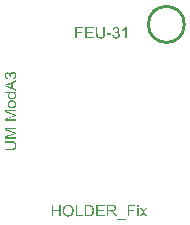
<source format=gto>
G04 Layer_Color=65535*
%FSLAX25Y25*%
%MOIN*%
G70*
G01*
G75*
%ADD13C,0.01000*%
G36*
X8977Y25984D02*
X8507D01*
Y28984D01*
X8498Y28975D01*
X8478Y28954D01*
X8440Y28925D01*
X8386Y28884D01*
X8324Y28834D01*
X8245Y28780D01*
X8157Y28721D01*
X8057Y28659D01*
X8053D01*
X8045Y28651D01*
X8032Y28642D01*
X8012Y28634D01*
X7987Y28618D01*
X7958Y28605D01*
X7891Y28568D01*
X7816Y28530D01*
X7733Y28489D01*
X7646Y28451D01*
X7562Y28418D01*
Y28871D01*
X7567Y28875D01*
X7579Y28880D01*
X7600Y28892D01*
X7629Y28905D01*
X7662Y28921D01*
X7704Y28946D01*
X7750Y28971D01*
X7795Y28996D01*
X7903Y29063D01*
X8020Y29142D01*
X8141Y29225D01*
X8253Y29321D01*
X8257Y29325D01*
X8265Y29333D01*
X8282Y29346D01*
X8303Y29366D01*
X8324Y29391D01*
X8353Y29416D01*
X8415Y29487D01*
X8486Y29562D01*
X8557Y29649D01*
X8619Y29741D01*
X8673Y29836D01*
X8977D01*
Y25984D01*
D02*
G37*
G36*
X-2035Y29370D02*
X-4306D01*
Y28197D01*
X-2180D01*
Y27744D01*
X-4306D01*
Y26438D01*
X-1947D01*
Y25984D01*
X-4814D01*
Y29824D01*
X-2035D01*
Y29370D01*
D02*
G37*
G36*
X-5483D02*
X-7563D01*
Y28181D01*
X-5762D01*
Y27727D01*
X-7563D01*
Y25984D01*
X-8071D01*
Y29824D01*
X-5483D01*
Y29370D01*
D02*
G37*
G36*
X5503Y29832D02*
X5532Y29828D01*
X5611Y29820D01*
X5699Y29803D01*
X5799Y29778D01*
X5898Y29745D01*
X5998Y29699D01*
X6002D01*
X6011Y29695D01*
X6023Y29687D01*
X6044Y29674D01*
X6090Y29645D01*
X6148Y29603D01*
X6215Y29549D01*
X6281Y29487D01*
X6348Y29416D01*
X6406Y29333D01*
Y29329D01*
X6410Y29325D01*
X6418Y29308D01*
X6427Y29291D01*
X6439Y29271D01*
X6452Y29246D01*
X6477Y29183D01*
X6502Y29108D01*
X6527Y29025D01*
X6543Y28934D01*
X6547Y28838D01*
Y28834D01*
Y28826D01*
Y28813D01*
Y28796D01*
X6539Y28747D01*
X6531Y28688D01*
X6514Y28618D01*
X6489Y28543D01*
X6456Y28464D01*
X6410Y28385D01*
Y28380D01*
X6406Y28376D01*
X6385Y28351D01*
X6356Y28314D01*
X6310Y28268D01*
X6256Y28214D01*
X6185Y28160D01*
X6106Y28110D01*
X6015Y28060D01*
X6019D01*
X6032Y28056D01*
X6048Y28052D01*
X6073Y28043D01*
X6098Y28035D01*
X6131Y28023D01*
X6210Y27989D01*
X6294Y27944D01*
X6381Y27889D01*
X6468Y27819D01*
X6543Y27731D01*
X6547Y27727D01*
X6551Y27719D01*
X6560Y27707D01*
X6572Y27686D01*
X6589Y27665D01*
X6606Y27636D01*
X6622Y27602D01*
X6639Y27561D01*
X6656Y27519D01*
X6672Y27474D01*
X6706Y27369D01*
X6726Y27249D01*
X6735Y27182D01*
Y27116D01*
Y27112D01*
Y27095D01*
X6730Y27066D01*
Y27033D01*
X6722Y26987D01*
X6714Y26937D01*
X6706Y26883D01*
X6689Y26820D01*
X6668Y26754D01*
X6643Y26687D01*
X6614Y26617D01*
X6577Y26546D01*
X6535Y26471D01*
X6485Y26400D01*
X6431Y26329D01*
X6364Y26263D01*
X6360Y26259D01*
X6348Y26246D01*
X6327Y26230D01*
X6298Y26209D01*
X6265Y26184D01*
X6219Y26155D01*
X6169Y26122D01*
X6111Y26092D01*
X6048Y26059D01*
X5977Y26026D01*
X5903Y25997D01*
X5819Y25972D01*
X5732Y25951D01*
X5641Y25934D01*
X5545Y25922D01*
X5441Y25918D01*
X5420D01*
X5391Y25922D01*
X5358D01*
X5312Y25926D01*
X5262Y25934D01*
X5208Y25943D01*
X5145Y25955D01*
X5079Y25972D01*
X5012Y25993D01*
X4942Y26013D01*
X4871Y26043D01*
X4800Y26080D01*
X4734Y26117D01*
X4663Y26163D01*
X4600Y26217D01*
X4596Y26221D01*
X4588Y26230D01*
X4571Y26246D01*
X4546Y26271D01*
X4521Y26300D01*
X4492Y26338D01*
X4463Y26379D01*
X4430Y26429D01*
X4397Y26479D01*
X4363Y26542D01*
X4330Y26604D01*
X4301Y26675D01*
X4276Y26750D01*
X4251Y26829D01*
X4234Y26912D01*
X4222Y26999D01*
X4692Y27062D01*
Y27057D01*
X4696Y27045D01*
X4700Y27024D01*
X4709Y26995D01*
X4717Y26962D01*
X4725Y26924D01*
X4754Y26837D01*
X4792Y26741D01*
X4838Y26646D01*
X4896Y26558D01*
X4929Y26521D01*
X4962Y26483D01*
X4967D01*
X4971Y26475D01*
X4983Y26467D01*
X4996Y26454D01*
X5037Y26429D01*
X5096Y26396D01*
X5166Y26363D01*
X5245Y26338D01*
X5341Y26317D01*
X5441Y26309D01*
X5474D01*
X5499Y26313D01*
X5524Y26317D01*
X5561Y26321D01*
X5636Y26338D01*
X5728Y26363D01*
X5824Y26404D01*
X5869Y26434D01*
X5915Y26463D01*
X5961Y26496D01*
X6007Y26537D01*
X6011Y26542D01*
X6015Y26550D01*
X6027Y26562D01*
X6044Y26579D01*
X6061Y26600D01*
X6077Y26629D01*
X6098Y26658D01*
X6123Y26696D01*
X6165Y26779D01*
X6198Y26875D01*
X6227Y26987D01*
X6231Y27045D01*
X6235Y27108D01*
Y27112D01*
Y27120D01*
Y27141D01*
X6231Y27161D01*
X6227Y27191D01*
X6223Y27220D01*
X6210Y27295D01*
X6181Y27382D01*
X6144Y27469D01*
X6119Y27515D01*
X6090Y27557D01*
X6056Y27598D01*
X6019Y27640D01*
X6015Y27644D01*
X6011Y27648D01*
X5998Y27661D01*
X5982Y27673D01*
X5961Y27690D01*
X5936Y27707D01*
X5873Y27748D01*
X5794Y27786D01*
X5703Y27819D01*
X5599Y27844D01*
X5541Y27848D01*
X5482Y27852D01*
X5457D01*
X5428Y27848D01*
X5391D01*
X5341Y27840D01*
X5287Y27831D01*
X5220Y27819D01*
X5150Y27802D01*
X5200Y28214D01*
X5208D01*
X5229Y28210D01*
X5254Y28206D01*
X5308D01*
X5328Y28210D01*
X5358D01*
X5387Y28214D01*
X5457Y28227D01*
X5541Y28243D01*
X5632Y28272D01*
X5728Y28310D01*
X5819Y28364D01*
X5824D01*
X5832Y28372D01*
X5840Y28380D01*
X5857Y28393D01*
X5898Y28430D01*
X5944Y28484D01*
X5986Y28551D01*
X6027Y28634D01*
X6044Y28680D01*
X6052Y28734D01*
X6061Y28788D01*
X6065Y28846D01*
Y28850D01*
Y28859D01*
Y28871D01*
X6061Y28892D01*
X6056Y28938D01*
X6044Y29000D01*
X6023Y29067D01*
X5990Y29138D01*
X5944Y29212D01*
X5919Y29246D01*
X5886Y29279D01*
X5878Y29287D01*
X5853Y29304D01*
X5815Y29333D01*
X5765Y29366D01*
X5699Y29395D01*
X5620Y29425D01*
X5532Y29441D01*
X5432Y29449D01*
X5407D01*
X5387Y29445D01*
X5362D01*
X5337Y29441D01*
X5270Y29429D01*
X5200Y29408D01*
X5121Y29375D01*
X5046Y29333D01*
X4971Y29275D01*
X4962Y29267D01*
X4942Y29241D01*
X4908Y29204D01*
X4875Y29146D01*
X4833Y29075D01*
X4796Y28984D01*
X4763Y28880D01*
X4738Y28759D01*
X4268Y28842D01*
Y28846D01*
X4272Y28863D01*
X4276Y28888D01*
X4284Y28921D01*
X4297Y28959D01*
X4309Y29004D01*
X4326Y29054D01*
X4347Y29108D01*
X4401Y29229D01*
X4430Y29287D01*
X4467Y29350D01*
X4509Y29408D01*
X4555Y29466D01*
X4605Y29524D01*
X4659Y29574D01*
X4663Y29579D01*
X4671Y29587D01*
X4692Y29599D01*
X4713Y29616D01*
X4746Y29637D01*
X4779Y29658D01*
X4821Y29682D01*
X4871Y29708D01*
X4921Y29728D01*
X4979Y29753D01*
X5041Y29774D01*
X5108Y29795D01*
X5183Y29811D01*
X5258Y29824D01*
X5337Y29832D01*
X5420Y29836D01*
X5474D01*
X5503Y29832D01*
D02*
G37*
G36*
X3831Y27137D02*
X2379D01*
Y27611D01*
X3831D01*
Y27137D01*
D02*
G37*
G36*
X1780Y27607D02*
Y27598D01*
Y27582D01*
Y27553D01*
Y27511D01*
X1776Y27461D01*
X1772Y27407D01*
X1767Y27345D01*
X1763Y27274D01*
X1747Y27128D01*
X1726Y26974D01*
X1693Y26825D01*
X1672Y26754D01*
X1647Y26687D01*
Y26683D01*
X1643Y26671D01*
X1634Y26654D01*
X1622Y26629D01*
X1605Y26600D01*
X1589Y26567D01*
X1539Y26492D01*
X1510Y26446D01*
X1476Y26404D01*
X1435Y26355D01*
X1393Y26309D01*
X1343Y26263D01*
X1293Y26217D01*
X1235Y26176D01*
X1173Y26134D01*
X1168Y26130D01*
X1156Y26126D01*
X1139Y26113D01*
X1110Y26101D01*
X1077Y26084D01*
X1035Y26068D01*
X990Y26047D01*
X931Y26030D01*
X873Y26009D01*
X807Y25988D01*
X732Y25972D01*
X653Y25955D01*
X565Y25943D01*
X474Y25930D01*
X378Y25926D01*
X278Y25922D01*
X224D01*
X187Y25926D01*
X141D01*
X91Y25930D01*
X29Y25938D01*
X-34Y25947D01*
X-175Y25968D01*
X-325Y26001D01*
X-471Y26047D01*
X-541Y26072D01*
X-608Y26105D01*
X-612Y26109D01*
X-624Y26113D01*
X-641Y26126D01*
X-662Y26138D01*
X-691Y26159D01*
X-724Y26184D01*
X-758Y26209D01*
X-795Y26242D01*
X-878Y26317D01*
X-957Y26409D01*
X-1032Y26517D01*
X-1065Y26579D01*
X-1094Y26641D01*
Y26646D01*
X-1099Y26658D01*
X-1107Y26679D01*
X-1115Y26708D01*
X-1128Y26741D01*
X-1140Y26787D01*
X-1153Y26837D01*
X-1165Y26895D01*
X-1182Y26962D01*
X-1194Y27033D01*
X-1207Y27112D01*
X-1215Y27199D01*
X-1228Y27290D01*
X-1232Y27390D01*
X-1240Y27494D01*
Y27607D01*
Y29824D01*
X-733D01*
Y27607D01*
Y27602D01*
Y27586D01*
Y27561D01*
Y27523D01*
X-728Y27482D01*
Y27436D01*
X-724Y27382D01*
X-720Y27328D01*
X-712Y27207D01*
X-695Y27087D01*
X-670Y26970D01*
X-658Y26916D01*
X-641Y26870D01*
Y26866D01*
X-637Y26862D01*
X-633Y26849D01*
X-624Y26833D01*
X-599Y26787D01*
X-566Y26737D01*
X-525Y26675D01*
X-471Y26617D01*
X-404Y26558D01*
X-325Y26504D01*
X-321D01*
X-313Y26500D01*
X-300Y26492D01*
X-283Y26483D01*
X-263Y26475D01*
X-233Y26467D01*
X-204Y26454D01*
X-171Y26442D01*
X-88Y26421D01*
X8Y26400D01*
X116Y26384D01*
X233Y26379D01*
X287D01*
X324Y26384D01*
X370Y26388D01*
X424Y26392D01*
X482Y26400D01*
X544Y26413D01*
X673Y26442D01*
X740Y26463D01*
X807Y26488D01*
X869Y26517D01*
X927Y26550D01*
X981Y26588D01*
X1031Y26633D01*
X1035Y26637D01*
X1044Y26646D01*
X1052Y26662D01*
X1069Y26683D01*
X1085Y26712D01*
X1106Y26750D01*
X1131Y26795D01*
X1152Y26849D01*
X1173Y26912D01*
X1198Y26983D01*
X1218Y27062D01*
X1235Y27149D01*
X1252Y27249D01*
X1264Y27357D01*
X1268Y27478D01*
X1273Y27607D01*
Y29824D01*
X1780D01*
Y27607D01*
D02*
G37*
G36*
X-28936Y14835D02*
X-28903D01*
X-28857Y14827D01*
X-28807Y14818D01*
X-28753Y14810D01*
X-28690Y14793D01*
X-28624Y14773D01*
X-28557Y14748D01*
X-28487Y14718D01*
X-28416Y14681D01*
X-28341Y14639D01*
X-28270Y14590D01*
X-28200Y14536D01*
X-28133Y14469D01*
X-28129Y14465D01*
X-28116Y14452D01*
X-28100Y14432D01*
X-28079Y14402D01*
X-28054Y14369D01*
X-28025Y14323D01*
X-27992Y14273D01*
X-27962Y14215D01*
X-27929Y14153D01*
X-27896Y14082D01*
X-27867Y14007D01*
X-27842Y13924D01*
X-27821Y13837D01*
X-27804Y13745D01*
X-27792Y13649D01*
X-27788Y13545D01*
Y13541D01*
Y13525D01*
X-27792Y13496D01*
Y13462D01*
X-27796Y13417D01*
X-27804Y13366D01*
X-27813Y13313D01*
X-27825Y13250D01*
X-27842Y13183D01*
X-27863Y13117D01*
X-27883Y13046D01*
X-27913Y12976D01*
X-27950Y12905D01*
X-27988Y12838D01*
X-28033Y12767D01*
X-28087Y12705D01*
X-28091Y12701D01*
X-28100Y12693D01*
X-28116Y12676D01*
X-28141Y12651D01*
X-28170Y12626D01*
X-28208Y12597D01*
X-28249Y12568D01*
X-28299Y12535D01*
X-28349Y12501D01*
X-28412Y12468D01*
X-28474Y12435D01*
X-28545Y12406D01*
X-28620Y12381D01*
X-28699Y12356D01*
X-28782Y12339D01*
X-28869Y12326D01*
X-28932Y12797D01*
X-28928D01*
X-28915Y12801D01*
X-28894Y12805D01*
X-28865Y12813D01*
X-28832Y12822D01*
X-28795Y12830D01*
X-28707Y12859D01*
X-28611Y12897D01*
X-28516Y12942D01*
X-28428Y13001D01*
X-28391Y13034D01*
X-28354Y13067D01*
Y13071D01*
X-28345Y13075D01*
X-28337Y13088D01*
X-28324Y13100D01*
X-28299Y13142D01*
X-28266Y13200D01*
X-28233Y13271D01*
X-28208Y13350D01*
X-28187Y13446D01*
X-28179Y13545D01*
Y13550D01*
Y13562D01*
Y13579D01*
X-28183Y13604D01*
X-28187Y13629D01*
X-28191Y13666D01*
X-28208Y13741D01*
X-28233Y13833D01*
X-28275Y13928D01*
X-28304Y13974D01*
X-28333Y14020D01*
X-28366Y14065D01*
X-28408Y14111D01*
X-28412Y14115D01*
X-28420Y14119D01*
X-28433Y14132D01*
X-28449Y14149D01*
X-28470Y14165D01*
X-28499Y14182D01*
X-28528Y14203D01*
X-28566Y14228D01*
X-28649Y14269D01*
X-28745Y14302D01*
X-28857Y14332D01*
X-28915Y14336D01*
X-28978Y14340D01*
X-29011D01*
X-29032Y14336D01*
X-29061Y14332D01*
X-29090Y14327D01*
X-29165Y14315D01*
X-29252Y14286D01*
X-29339Y14248D01*
X-29385Y14223D01*
X-29427Y14194D01*
X-29468Y14161D01*
X-29510Y14124D01*
X-29514Y14119D01*
X-29518Y14115D01*
X-29531Y14103D01*
X-29543Y14086D01*
X-29560Y14065D01*
X-29577Y14040D01*
X-29618Y13978D01*
X-29656Y13899D01*
X-29689Y13807D01*
X-29714Y13703D01*
X-29718Y13645D01*
X-29722Y13587D01*
Y13583D01*
Y13562D01*
X-29718Y13533D01*
Y13496D01*
X-29710Y13446D01*
X-29701Y13392D01*
X-29689Y13325D01*
X-29672Y13254D01*
X-30084Y13304D01*
Y13308D01*
Y13313D01*
X-30080Y13333D01*
X-30076Y13358D01*
Y13383D01*
Y13387D01*
Y13396D01*
Y13412D01*
X-30080Y13433D01*
Y13462D01*
X-30084Y13491D01*
X-30097Y13562D01*
X-30113Y13645D01*
X-30142Y13737D01*
X-30180Y13833D01*
X-30234Y13924D01*
Y13928D01*
X-30242Y13937D01*
X-30250Y13945D01*
X-30263Y13961D01*
X-30300Y14003D01*
X-30354Y14049D01*
X-30421Y14090D01*
X-30504Y14132D01*
X-30550Y14149D01*
X-30604Y14157D01*
X-30658Y14165D01*
X-30716Y14169D01*
X-30741D01*
X-30762Y14165D01*
X-30808Y14161D01*
X-30870Y14149D01*
X-30937Y14128D01*
X-31008Y14095D01*
X-31082Y14049D01*
X-31116Y14024D01*
X-31149Y13991D01*
X-31157Y13982D01*
X-31174Y13957D01*
X-31203Y13920D01*
X-31236Y13870D01*
X-31266Y13803D01*
X-31295Y13724D01*
X-31311Y13637D01*
X-31320Y13537D01*
Y13533D01*
Y13525D01*
Y13512D01*
X-31315Y13491D01*
Y13466D01*
X-31311Y13441D01*
X-31299Y13375D01*
X-31278Y13304D01*
X-31245Y13225D01*
X-31203Y13150D01*
X-31145Y13075D01*
X-31137Y13067D01*
X-31112Y13046D01*
X-31074Y13013D01*
X-31016Y12980D01*
X-30945Y12938D01*
X-30854Y12901D01*
X-30750Y12867D01*
X-30629Y12842D01*
X-30712Y12372D01*
X-30716D01*
X-30733Y12376D01*
X-30758Y12381D01*
X-30791Y12389D01*
X-30829Y12401D01*
X-30874Y12414D01*
X-30924Y12431D01*
X-30979Y12451D01*
X-31099Y12505D01*
X-31157Y12535D01*
X-31220Y12572D01*
X-31278Y12614D01*
X-31336Y12659D01*
X-31394Y12709D01*
X-31444Y12763D01*
X-31449Y12767D01*
X-31457Y12776D01*
X-31469Y12797D01*
X-31486Y12817D01*
X-31507Y12851D01*
X-31528Y12884D01*
X-31553Y12926D01*
X-31578Y12976D01*
X-31598Y13025D01*
X-31623Y13084D01*
X-31644Y13146D01*
X-31665Y13213D01*
X-31681Y13287D01*
X-31694Y13362D01*
X-31702Y13441D01*
X-31707Y13525D01*
Y13529D01*
Y13537D01*
Y13554D01*
Y13579D01*
X-31702Y13608D01*
X-31698Y13637D01*
X-31690Y13716D01*
X-31673Y13803D01*
X-31648Y13903D01*
X-31615Y14003D01*
X-31569Y14103D01*
Y14107D01*
X-31565Y14115D01*
X-31557Y14128D01*
X-31544Y14149D01*
X-31515Y14194D01*
X-31473Y14253D01*
X-31420Y14319D01*
X-31357Y14386D01*
X-31286Y14452D01*
X-31203Y14511D01*
X-31199D01*
X-31195Y14515D01*
X-31178Y14523D01*
X-31161Y14531D01*
X-31141Y14544D01*
X-31116Y14556D01*
X-31053Y14581D01*
X-30979Y14606D01*
X-30895Y14631D01*
X-30804Y14648D01*
X-30708Y14652D01*
X-30667D01*
X-30617Y14644D01*
X-30558Y14635D01*
X-30488Y14619D01*
X-30413Y14594D01*
X-30334Y14560D01*
X-30255Y14515D01*
X-30250D01*
X-30246Y14511D01*
X-30221Y14490D01*
X-30184Y14461D01*
X-30138Y14415D01*
X-30084Y14361D01*
X-30030Y14290D01*
X-29980Y14211D01*
X-29930Y14119D01*
Y14124D01*
X-29926Y14136D01*
X-29922Y14153D01*
X-29913Y14178D01*
X-29905Y14203D01*
X-29893Y14236D01*
X-29859Y14315D01*
X-29814Y14398D01*
X-29760Y14486D01*
X-29689Y14573D01*
X-29601Y14648D01*
X-29597Y14652D01*
X-29589Y14656D01*
X-29577Y14664D01*
X-29556Y14677D01*
X-29535Y14694D01*
X-29506Y14710D01*
X-29473Y14727D01*
X-29431Y14743D01*
X-29389Y14760D01*
X-29344Y14777D01*
X-29240Y14810D01*
X-29119Y14831D01*
X-29052Y14839D01*
X-28965D01*
X-28936Y14835D01*
D02*
G37*
G36*
X-27854Y1664D02*
X-31070D01*
X-27854Y541D01*
Y84D01*
X-31124Y-1023D01*
X-27854D01*
Y-1514D01*
X-31694D01*
Y-752D01*
X-28973Y158D01*
X-28969D01*
X-28957Y163D01*
X-28936Y171D01*
X-28911Y179D01*
X-28882Y188D01*
X-28844Y200D01*
X-28761Y229D01*
X-28670Y258D01*
X-28574Y288D01*
X-28487Y317D01*
X-28445Y329D01*
X-28408Y342D01*
X-28412D01*
X-28416Y346D01*
X-28428Y350D01*
X-28445Y354D01*
X-28470Y362D01*
X-28495Y371D01*
X-28528Y379D01*
X-28561Y391D01*
X-28603Y404D01*
X-28649Y421D01*
X-28699Y437D01*
X-28757Y454D01*
X-28815Y475D01*
X-28882Y495D01*
X-28948Y520D01*
X-29023Y545D01*
X-31694Y1469D01*
Y2155D01*
X-27854D01*
Y1664D01*
D02*
G37*
G36*
Y-4293D02*
X-31070D01*
X-27854Y-5416D01*
Y-5874D01*
X-31124Y-6980D01*
X-27854D01*
Y-7471D01*
X-31694D01*
Y-6710D01*
X-28973Y-5799D01*
X-28969D01*
X-28957Y-5794D01*
X-28936Y-5786D01*
X-28911Y-5778D01*
X-28882Y-5770D01*
X-28844Y-5757D01*
X-28761Y-5728D01*
X-28670Y-5699D01*
X-28574Y-5670D01*
X-28487Y-5641D01*
X-28445Y-5628D01*
X-28408Y-5615D01*
X-28412D01*
X-28416Y-5611D01*
X-28428Y-5607D01*
X-28445Y-5603D01*
X-28470Y-5595D01*
X-28495Y-5586D01*
X-28528Y-5578D01*
X-28561Y-5566D01*
X-28603Y-5553D01*
X-28649Y-5536D01*
X-28699Y-5520D01*
X-28757Y-5503D01*
X-28815Y-5482D01*
X-28882Y-5462D01*
X-28948Y-5437D01*
X-29023Y-5412D01*
X-31694Y-4488D01*
Y-3802D01*
X-27854D01*
Y-4293D01*
D02*
G37*
G36*
X-29331Y-8303D02*
X-29277Y-8307D01*
X-29215Y-8311D01*
X-29144Y-8315D01*
X-28998Y-8332D01*
X-28844Y-8353D01*
X-28695Y-8386D01*
X-28624Y-8407D01*
X-28557Y-8432D01*
X-28553D01*
X-28541Y-8436D01*
X-28524Y-8444D01*
X-28499Y-8457D01*
X-28470Y-8473D01*
X-28437Y-8490D01*
X-28362Y-8540D01*
X-28316Y-8569D01*
X-28275Y-8602D01*
X-28225Y-8644D01*
X-28179Y-8686D01*
X-28133Y-8736D01*
X-28087Y-8785D01*
X-28046Y-8844D01*
X-28004Y-8906D01*
X-28000Y-8910D01*
X-27996Y-8923D01*
X-27983Y-8939D01*
X-27971Y-8969D01*
X-27954Y-9002D01*
X-27937Y-9043D01*
X-27917Y-9089D01*
X-27900Y-9147D01*
X-27879Y-9206D01*
X-27858Y-9272D01*
X-27842Y-9347D01*
X-27825Y-9426D01*
X-27813Y-9514D01*
X-27800Y-9605D01*
X-27796Y-9701D01*
X-27792Y-9800D01*
Y-9805D01*
Y-9826D01*
Y-9855D01*
X-27796Y-9892D01*
Y-9938D01*
X-27800Y-9988D01*
X-27809Y-10050D01*
X-27817Y-10113D01*
X-27838Y-10254D01*
X-27871Y-10404D01*
X-27917Y-10549D01*
X-27942Y-10620D01*
X-27975Y-10687D01*
X-27979Y-10691D01*
X-27983Y-10703D01*
X-27996Y-10720D01*
X-28008Y-10741D01*
X-28029Y-10770D01*
X-28054Y-10803D01*
X-28079Y-10836D01*
X-28112Y-10874D01*
X-28187Y-10957D01*
X-28279Y-11036D01*
X-28387Y-11111D01*
X-28449Y-11144D01*
X-28512Y-11173D01*
X-28516D01*
X-28528Y-11178D01*
X-28549Y-11186D01*
X-28578Y-11194D01*
X-28611Y-11207D01*
X-28657Y-11219D01*
X-28707Y-11231D01*
X-28765Y-11244D01*
X-28832Y-11261D01*
X-28903Y-11273D01*
X-28982Y-11286D01*
X-29069Y-11294D01*
X-29161Y-11306D01*
X-29260Y-11311D01*
X-29364Y-11319D01*
X-31694D01*
Y-10811D01*
X-29394D01*
X-29352Y-10807D01*
X-29306D01*
X-29252Y-10803D01*
X-29198Y-10799D01*
X-29077Y-10791D01*
X-28957Y-10774D01*
X-28840Y-10749D01*
X-28786Y-10736D01*
X-28740Y-10720D01*
X-28736D01*
X-28732Y-10716D01*
X-28720Y-10712D01*
X-28703Y-10703D01*
X-28657Y-10678D01*
X-28607Y-10645D01*
X-28545Y-10603D01*
X-28487Y-10549D01*
X-28428Y-10483D01*
X-28374Y-10404D01*
Y-10400D01*
X-28370Y-10391D01*
X-28362Y-10379D01*
X-28354Y-10362D01*
X-28345Y-10341D01*
X-28337Y-10312D01*
X-28324Y-10283D01*
X-28312Y-10250D01*
X-28291Y-10167D01*
X-28270Y-10071D01*
X-28254Y-9963D01*
X-28249Y-9846D01*
Y-9838D01*
Y-9821D01*
Y-9792D01*
X-28254Y-9755D01*
X-28258Y-9709D01*
X-28262Y-9655D01*
X-28270Y-9597D01*
X-28283Y-9534D01*
X-28312Y-9405D01*
X-28333Y-9339D01*
X-28358Y-9272D01*
X-28387Y-9210D01*
X-28420Y-9151D01*
X-28457Y-9098D01*
X-28503Y-9048D01*
X-28508Y-9043D01*
X-28516Y-9035D01*
X-28532Y-9027D01*
X-28553Y-9010D01*
X-28582Y-8993D01*
X-28620Y-8973D01*
X-28666Y-8948D01*
X-28720Y-8927D01*
X-28782Y-8906D01*
X-28853Y-8881D01*
X-28932Y-8860D01*
X-29019Y-8844D01*
X-29119Y-8827D01*
X-29227Y-8815D01*
X-29348Y-8810D01*
X-29477Y-8806D01*
X-31694D01*
Y-8299D01*
X-29381D01*
X-29331Y-8303D01*
D02*
G37*
G36*
X-27854Y11532D02*
X-29015Y11087D01*
Y9473D01*
X-27854Y9057D01*
Y8520D01*
X-31694Y9989D01*
Y10538D01*
X-27854Y12110D01*
Y11532D01*
D02*
G37*
G36*
Y7696D02*
X-28204D01*
X-28200Y7692D01*
X-28187Y7684D01*
X-28166Y7667D01*
X-28141Y7647D01*
X-28108Y7617D01*
X-28075Y7584D01*
X-28037Y7547D01*
X-28000Y7501D01*
X-27958Y7447D01*
X-27921Y7389D01*
X-27888Y7326D01*
X-27858Y7255D01*
X-27829Y7176D01*
X-27809Y7097D01*
X-27796Y7010D01*
X-27792Y6914D01*
Y6910D01*
Y6898D01*
Y6881D01*
X-27796Y6856D01*
Y6827D01*
X-27800Y6794D01*
X-27809Y6756D01*
X-27817Y6715D01*
X-27838Y6619D01*
X-27871Y6515D01*
X-27917Y6411D01*
X-27942Y6357D01*
X-27975Y6303D01*
X-27979Y6299D01*
X-27983Y6290D01*
X-27996Y6278D01*
X-28008Y6257D01*
X-28029Y6232D01*
X-28050Y6207D01*
X-28108Y6145D01*
X-28179Y6074D01*
X-28266Y6003D01*
X-28370Y5933D01*
X-28487Y5870D01*
X-28491D01*
X-28503Y5862D01*
X-28520Y5858D01*
X-28545Y5845D01*
X-28574Y5837D01*
X-28611Y5824D01*
X-28657Y5808D01*
X-28703Y5795D01*
X-28757Y5783D01*
X-28815Y5766D01*
X-28878Y5754D01*
X-28944Y5745D01*
X-29086Y5729D01*
X-29240Y5720D01*
X-29281D01*
X-29310Y5725D01*
X-29348D01*
X-29389Y5729D01*
X-29439Y5733D01*
X-29493Y5737D01*
X-29610Y5754D01*
X-29735Y5779D01*
X-29868Y5812D01*
X-29997Y5858D01*
X-30001D01*
X-30013Y5866D01*
X-30030Y5874D01*
X-30055Y5883D01*
X-30080Y5899D01*
X-30113Y5916D01*
X-30188Y5962D01*
X-30275Y6020D01*
X-30359Y6091D01*
X-30442Y6174D01*
X-30517Y6274D01*
X-30521Y6278D01*
X-30525Y6286D01*
X-30533Y6303D01*
X-30546Y6324D01*
X-30558Y6349D01*
X-30575Y6382D01*
X-30592Y6415D01*
X-30608Y6457D01*
X-30641Y6548D01*
X-30671Y6652D01*
X-30691Y6769D01*
X-30700Y6831D01*
Y6894D01*
Y6898D01*
Y6906D01*
Y6919D01*
Y6935D01*
X-30696Y6985D01*
X-30687Y7043D01*
X-30675Y7114D01*
X-30654Y7189D01*
X-30629Y7268D01*
X-30592Y7343D01*
Y7347D01*
X-30588Y7351D01*
X-30571Y7376D01*
X-30550Y7409D01*
X-30517Y7455D01*
X-30475Y7505D01*
X-30429Y7559D01*
X-30375Y7613D01*
X-30313Y7663D01*
X-31694D01*
Y8133D01*
X-27854D01*
Y7696D01*
D02*
G37*
G36*
X-29194Y5338D02*
X-29148D01*
X-29094Y5334D01*
X-29036Y5329D01*
X-28973Y5321D01*
X-28840Y5305D01*
X-28699Y5275D01*
X-28561Y5234D01*
X-28499Y5209D01*
X-28437Y5180D01*
X-28433D01*
X-28424Y5171D01*
X-28408Y5163D01*
X-28387Y5150D01*
X-28362Y5134D01*
X-28329Y5113D01*
X-28262Y5059D01*
X-28183Y4992D01*
X-28104Y4913D01*
X-28029Y4818D01*
X-27958Y4710D01*
Y4705D01*
X-27950Y4697D01*
X-27942Y4681D01*
X-27933Y4656D01*
X-27921Y4626D01*
X-27904Y4593D01*
X-27892Y4556D01*
X-27875Y4510D01*
X-27858Y4464D01*
X-27846Y4410D01*
X-27817Y4298D01*
X-27800Y4173D01*
X-27792Y4040D01*
Y4031D01*
Y4015D01*
X-27796Y3986D01*
Y3944D01*
X-27804Y3894D01*
X-27813Y3836D01*
X-27825Y3774D01*
X-27838Y3703D01*
X-27858Y3628D01*
X-27883Y3553D01*
X-27913Y3474D01*
X-27950Y3395D01*
X-27992Y3316D01*
X-28041Y3241D01*
X-28100Y3166D01*
X-28166Y3095D01*
X-28170Y3091D01*
X-28183Y3079D01*
X-28204Y3062D01*
X-28237Y3041D01*
X-28275Y3012D01*
X-28320Y2983D01*
X-28378Y2950D01*
X-28441Y2917D01*
X-28516Y2883D01*
X-28595Y2850D01*
X-28682Y2821D01*
X-28778Y2792D01*
X-28882Y2771D01*
X-28994Y2754D01*
X-29115Y2742D01*
X-29244Y2738D01*
X-29277D01*
X-29319Y2742D01*
X-29369Y2746D01*
X-29435Y2750D01*
X-29510Y2758D01*
X-29589Y2775D01*
X-29676Y2792D01*
X-29768Y2813D01*
X-29864Y2842D01*
X-29959Y2879D01*
X-30055Y2917D01*
X-30147Y2967D01*
X-30234Y3025D01*
X-30313Y3091D01*
X-30388Y3166D01*
X-30392Y3170D01*
X-30400Y3183D01*
X-30417Y3204D01*
X-30438Y3229D01*
X-30459Y3266D01*
X-30488Y3308D01*
X-30517Y3353D01*
X-30546Y3412D01*
X-30575Y3470D01*
X-30600Y3537D01*
X-30629Y3607D01*
X-30650Y3686D01*
X-30671Y3769D01*
X-30687Y3853D01*
X-30696Y3944D01*
X-30700Y4040D01*
Y4048D01*
Y4065D01*
X-30696Y4094D01*
Y4135D01*
X-30687Y4185D01*
X-30679Y4239D01*
X-30667Y4302D01*
X-30654Y4373D01*
X-30633Y4443D01*
X-30608Y4522D01*
X-30575Y4597D01*
X-30542Y4676D01*
X-30496Y4755D01*
X-30446Y4830D01*
X-30388Y4905D01*
X-30321Y4976D01*
X-30317Y4980D01*
X-30305Y4992D01*
X-30284Y5009D01*
X-30250Y5034D01*
X-30213Y5059D01*
X-30167Y5092D01*
X-30113Y5126D01*
X-30051Y5159D01*
X-29980Y5192D01*
X-29901Y5225D01*
X-29818Y5259D01*
X-29726Y5284D01*
X-29627Y5309D01*
X-29518Y5325D01*
X-29402Y5338D01*
X-29281Y5342D01*
X-29231D01*
X-29194Y5338D01*
D02*
G37*
G36*
X8917Y-34431D02*
X5793D01*
Y-34090D01*
X8917D01*
Y-34431D01*
D02*
G37*
G36*
X12960Y-33366D02*
X12490D01*
Y-30583D01*
X12960D01*
Y-33366D01*
D02*
G37*
G36*
X11887Y-29980D02*
X9807D01*
Y-31170D01*
X11608D01*
Y-31623D01*
X9807D01*
Y-33366D01*
X9299D01*
Y-29526D01*
X11887D01*
Y-29980D01*
D02*
G37*
G36*
X12960Y-30063D02*
X12490D01*
Y-29526D01*
X12960D01*
Y-30063D01*
D02*
G37*
G36*
X14944Y-31927D02*
X15955Y-33366D01*
X15381D01*
X14807Y-32509D01*
X14670Y-32297D01*
X13929Y-33366D01*
X13355D01*
X14370Y-31927D01*
X13430Y-30583D01*
X14004D01*
X14445Y-31245D01*
X14449Y-31253D01*
X14466Y-31274D01*
X14487Y-31307D01*
X14516Y-31353D01*
X14545Y-31398D01*
X14579Y-31448D01*
X14608Y-31503D01*
X14637Y-31548D01*
X14641Y-31540D01*
X14658Y-31519D01*
X14678Y-31486D01*
X14707Y-31444D01*
X14741Y-31398D01*
X14778Y-31344D01*
X14853Y-31240D01*
X15319Y-30583D01*
X15885D01*
X14944Y-31927D01*
D02*
G37*
G36*
X-13036Y-33366D02*
X-13543D01*
Y-31556D01*
X-15536D01*
Y-33366D01*
X-16043D01*
Y-29526D01*
X-15536D01*
Y-31103D01*
X-13543D01*
Y-29526D01*
X-13036D01*
Y-33366D01*
D02*
G37*
G36*
X-7532Y-32913D02*
X-5639D01*
Y-33366D01*
X-8039D01*
Y-29526D01*
X-7532D01*
Y-32913D01*
D02*
G37*
G36*
X-10419Y-29464D02*
X-10369Y-29468D01*
X-10315Y-29472D01*
X-10257Y-29481D01*
X-10190Y-29493D01*
X-10115Y-29506D01*
X-10040Y-29522D01*
X-9961Y-29543D01*
X-9878Y-29568D01*
X-9795Y-29597D01*
X-9712Y-29631D01*
X-9633Y-29668D01*
X-9550Y-29714D01*
X-9545Y-29718D01*
X-9529Y-29726D01*
X-9508Y-29739D01*
X-9479Y-29759D01*
X-9441Y-29784D01*
X-9404Y-29818D01*
X-9358Y-29855D01*
X-9308Y-29897D01*
X-9254Y-29947D01*
X-9200Y-30001D01*
X-9146Y-30059D01*
X-9092Y-30121D01*
X-9042Y-30188D01*
X-8988Y-30263D01*
X-8942Y-30342D01*
X-8896Y-30425D01*
X-8892Y-30429D01*
X-8888Y-30446D01*
X-8876Y-30471D01*
X-8863Y-30504D01*
X-8842Y-30546D01*
X-8826Y-30600D01*
X-8805Y-30658D01*
X-8784Y-30724D01*
X-8763Y-30795D01*
X-8743Y-30874D01*
X-8722Y-30962D01*
X-8705Y-31049D01*
X-8693Y-31145D01*
X-8680Y-31245D01*
X-8676Y-31344D01*
X-8672Y-31453D01*
Y-31461D01*
Y-31477D01*
Y-31511D01*
X-8676Y-31552D01*
X-8680Y-31602D01*
X-8684Y-31661D01*
X-8693Y-31727D01*
X-8701Y-31802D01*
X-8713Y-31881D01*
X-8730Y-31964D01*
X-8747Y-32052D01*
X-8772Y-32139D01*
X-8801Y-32230D01*
X-8830Y-32318D01*
X-8867Y-32409D01*
X-8909Y-32497D01*
X-8913Y-32501D01*
X-8921Y-32517D01*
X-8934Y-32542D01*
X-8951Y-32572D01*
X-8975Y-32609D01*
X-9005Y-32655D01*
X-9042Y-32705D01*
X-9080Y-32759D01*
X-9125Y-32813D01*
X-9175Y-32871D01*
X-9233Y-32929D01*
X-9292Y-32988D01*
X-9354Y-33042D01*
X-9425Y-33096D01*
X-9500Y-33150D01*
X-9579Y-33196D01*
X-9583Y-33200D01*
X-9600Y-33204D01*
X-9620Y-33216D01*
X-9653Y-33233D01*
X-9695Y-33250D01*
X-9741Y-33270D01*
X-9795Y-33291D01*
X-9857Y-33312D01*
X-9924Y-33333D01*
X-9995Y-33354D01*
X-10074Y-33375D01*
X-10153Y-33391D01*
X-10328Y-33420D01*
X-10419Y-33424D01*
X-10510Y-33428D01*
X-10565D01*
X-10602Y-33424D01*
X-10648Y-33420D01*
X-10706Y-33416D01*
X-10764Y-33408D01*
X-10835Y-33395D01*
X-10906Y-33383D01*
X-10985Y-33366D01*
X-11064Y-33345D01*
X-11147Y-33320D01*
X-11230Y-33291D01*
X-11313Y-33254D01*
X-11397Y-33216D01*
X-11480Y-33171D01*
X-11484Y-33167D01*
X-11496Y-33158D01*
X-11521Y-33141D01*
X-11551Y-33121D01*
X-11584Y-33096D01*
X-11625Y-33062D01*
X-11671Y-33025D01*
X-11721Y-32983D01*
X-11775Y-32934D01*
X-11825Y-32879D01*
X-11879Y-32821D01*
X-11933Y-32759D01*
X-11987Y-32688D01*
X-12037Y-32617D01*
X-12083Y-32538D01*
X-12129Y-32455D01*
X-12133Y-32451D01*
X-12137Y-32434D01*
X-12150Y-32409D01*
X-12162Y-32376D01*
X-12179Y-32335D01*
X-12195Y-32285D01*
X-12216Y-32230D01*
X-12237Y-32164D01*
X-12258Y-32097D01*
X-12279Y-32023D01*
X-12295Y-31943D01*
X-12312Y-31860D01*
X-12337Y-31686D01*
X-12341Y-31590D01*
X-12345Y-31498D01*
Y-31494D01*
Y-31486D01*
Y-31473D01*
Y-31457D01*
X-12341Y-31432D01*
Y-31407D01*
X-12337Y-31340D01*
X-12328Y-31261D01*
X-12316Y-31166D01*
X-12303Y-31066D01*
X-12283Y-30953D01*
X-12253Y-30833D01*
X-12220Y-30712D01*
X-12179Y-30587D01*
X-12129Y-30463D01*
X-12071Y-30338D01*
X-12004Y-30221D01*
X-11925Y-30105D01*
X-11833Y-30001D01*
X-11829Y-29996D01*
X-11808Y-29976D01*
X-11779Y-29951D01*
X-11742Y-29917D01*
X-11688Y-29876D01*
X-11630Y-29830D01*
X-11559Y-29780D01*
X-11476Y-29730D01*
X-11384Y-29680D01*
X-11284Y-29631D01*
X-11176Y-29585D01*
X-11056Y-29543D01*
X-10931Y-29510D01*
X-10797Y-29485D01*
X-10656Y-29464D01*
X-10506Y-29460D01*
X-10456D01*
X-10419Y-29464D01*
D02*
G37*
G36*
X-3563Y-29531D02*
X-3513D01*
X-3463Y-29535D01*
X-3351Y-29539D01*
X-3239Y-29551D01*
X-3127Y-29564D01*
X-3077Y-29576D01*
X-3031Y-29585D01*
X-3027D01*
X-3014Y-29589D01*
X-2998Y-29593D01*
X-2977Y-29601D01*
X-2948Y-29610D01*
X-2914Y-29618D01*
X-2835Y-29647D01*
X-2748Y-29684D01*
X-2656Y-29730D01*
X-2561Y-29789D01*
X-2469Y-29859D01*
X-2465Y-29863D01*
X-2457Y-29872D01*
X-2440Y-29884D01*
X-2419Y-29905D01*
X-2394Y-29930D01*
X-2365Y-29963D01*
X-2332Y-29996D01*
X-2299Y-30038D01*
X-2261Y-30084D01*
X-2224Y-30134D01*
X-2186Y-30188D01*
X-2149Y-30246D01*
X-2078Y-30375D01*
X-2016Y-30516D01*
Y-30521D01*
X-2008Y-30533D01*
X-2003Y-30558D01*
X-1991Y-30587D01*
X-1978Y-30625D01*
X-1966Y-30670D01*
X-1953Y-30720D01*
X-1937Y-30779D01*
X-1924Y-30845D01*
X-1912Y-30916D01*
X-1899Y-30991D01*
X-1887Y-31070D01*
X-1874Y-31153D01*
X-1870Y-31240D01*
X-1862Y-31428D01*
Y-31432D01*
Y-31448D01*
Y-31469D01*
Y-31503D01*
X-1866Y-31540D01*
Y-31586D01*
X-1870Y-31636D01*
X-1874Y-31690D01*
X-1887Y-31810D01*
X-1908Y-31939D01*
X-1933Y-32072D01*
X-1966Y-32206D01*
Y-32210D01*
X-1970Y-32222D01*
X-1978Y-32239D01*
X-1983Y-32260D01*
X-1995Y-32289D01*
X-2008Y-32322D01*
X-2037Y-32401D01*
X-2074Y-32488D01*
X-2120Y-32584D01*
X-2170Y-32676D01*
X-2228Y-32763D01*
Y-32767D01*
X-2236Y-32771D01*
X-2245Y-32784D01*
X-2257Y-32800D01*
X-2286Y-32838D01*
X-2332Y-32888D01*
X-2382Y-32946D01*
X-2440Y-33004D01*
X-2507Y-33058D01*
X-2577Y-33112D01*
X-2582D01*
X-2586Y-33116D01*
X-2611Y-33133D01*
X-2652Y-33154D01*
X-2706Y-33183D01*
X-2773Y-33212D01*
X-2852Y-33246D01*
X-2943Y-33275D01*
X-3039Y-33304D01*
X-3043D01*
X-3052Y-33308D01*
X-3064D01*
X-3085Y-33312D01*
X-3110Y-33316D01*
X-3143Y-33325D01*
X-3176Y-33329D01*
X-3214Y-33333D01*
X-3305Y-33345D01*
X-3409Y-33358D01*
X-3526Y-33362D01*
X-3651Y-33366D01*
X-5036D01*
Y-29526D01*
X-3605D01*
X-3563Y-29531D01*
D02*
G37*
G36*
X4253D02*
X4299D01*
X4353Y-29535D01*
X4416Y-29539D01*
X4540Y-29551D01*
X4669Y-29572D01*
X4794Y-29597D01*
X4848Y-29614D01*
X4902Y-29631D01*
X4907D01*
X4915Y-29635D01*
X4927Y-29643D01*
X4948Y-29651D01*
X4998Y-29676D01*
X5056Y-29714D01*
X5127Y-29764D01*
X5198Y-29830D01*
X5268Y-29905D01*
X5331Y-29996D01*
Y-30001D01*
X5339Y-30009D01*
X5347Y-30022D01*
X5356Y-30042D01*
X5368Y-30067D01*
X5381Y-30096D01*
X5397Y-30130D01*
X5414Y-30167D01*
X5443Y-30255D01*
X5468Y-30350D01*
X5485Y-30458D01*
X5493Y-30575D01*
Y-30579D01*
Y-30591D01*
Y-30616D01*
X5489Y-30641D01*
X5485Y-30679D01*
X5480Y-30720D01*
X5472Y-30766D01*
X5460Y-30816D01*
X5426Y-30924D01*
X5406Y-30983D01*
X5381Y-31041D01*
X5352Y-31099D01*
X5314Y-31157D01*
X5272Y-31211D01*
X5227Y-31265D01*
X5223Y-31269D01*
X5214Y-31278D01*
X5198Y-31290D01*
X5177Y-31311D01*
X5148Y-31332D01*
X5114Y-31357D01*
X5073Y-31386D01*
X5023Y-31415D01*
X4969Y-31444D01*
X4911Y-31473D01*
X4844Y-31503D01*
X4769Y-31532D01*
X4690Y-31556D01*
X4603Y-31582D01*
X4507Y-31602D01*
X4407Y-31619D01*
X4411D01*
X4416Y-31623D01*
X4440Y-31636D01*
X4478Y-31656D01*
X4524Y-31681D01*
X4574Y-31710D01*
X4624Y-31740D01*
X4673Y-31777D01*
X4715Y-31810D01*
X4719Y-31815D01*
X4723Y-31819D01*
X4736Y-31831D01*
X4752Y-31848D01*
X4773Y-31868D01*
X4798Y-31894D01*
X4852Y-31952D01*
X4915Y-32027D01*
X4986Y-32114D01*
X5060Y-32214D01*
X5135Y-32322D01*
X5801Y-33366D01*
X5164D01*
X4657Y-32567D01*
X4653Y-32563D01*
X4648Y-32551D01*
X4636Y-32534D01*
X4619Y-32509D01*
X4603Y-32480D01*
X4578Y-32447D01*
X4528Y-32372D01*
X4470Y-32285D01*
X4411Y-32197D01*
X4349Y-32114D01*
X4291Y-32039D01*
Y-32035D01*
X4282Y-32031D01*
X4266Y-32010D01*
X4241Y-31977D01*
X4203Y-31939D01*
X4166Y-31898D01*
X4120Y-31856D01*
X4075Y-31815D01*
X4033Y-31785D01*
X4029Y-31781D01*
X4012Y-31773D01*
X3991Y-31760D01*
X3962Y-31744D01*
X3925Y-31727D01*
X3887Y-31710D01*
X3846Y-31694D01*
X3800Y-31681D01*
X3796D01*
X3783Y-31677D01*
X3762Y-31673D01*
X3733Y-31669D01*
X3692D01*
X3642Y-31665D01*
X3584Y-31661D01*
X2930D01*
Y-33366D01*
X2423D01*
Y-29526D01*
X4208D01*
X4253Y-29531D01*
D02*
G37*
G36*
X1628Y-29980D02*
X-643D01*
Y-31153D01*
X1483D01*
Y-31607D01*
X-643D01*
Y-32913D01*
X1716D01*
Y-33366D01*
X-1151D01*
Y-29526D01*
X1628D01*
Y-29980D01*
D02*
G37*
%LPC*%
G36*
X-29427Y10929D02*
X-30492Y10525D01*
X-30496D01*
X-30513Y10517D01*
X-30538Y10509D01*
X-30575Y10496D01*
X-30612Y10480D01*
X-30662Y10463D01*
X-30716Y10442D01*
X-30775Y10421D01*
X-30904Y10380D01*
X-31037Y10334D01*
X-31170Y10288D01*
X-31295Y10251D01*
X-31291D01*
X-31278Y10246D01*
X-31257Y10242D01*
X-31232Y10238D01*
X-31195Y10230D01*
X-31157Y10222D01*
X-31112Y10209D01*
X-31062Y10197D01*
X-31008Y10184D01*
X-30949Y10167D01*
X-30825Y10130D01*
X-30691Y10088D01*
X-30554Y10043D01*
X-29427Y9618D01*
Y10929D01*
D02*
G37*
G36*
X-29202Y7709D02*
X-29256D01*
X-29294Y7705D01*
X-29344Y7701D01*
X-29398Y7696D01*
X-29456Y7692D01*
X-29522Y7680D01*
X-29656Y7655D01*
X-29797Y7613D01*
X-29864Y7588D01*
X-29926Y7559D01*
X-29984Y7526D01*
X-30038Y7484D01*
X-30042Y7480D01*
X-30051Y7476D01*
X-30063Y7463D01*
X-30080Y7447D01*
X-30101Y7422D01*
X-30126Y7397D01*
X-30176Y7334D01*
X-30221Y7255D01*
X-30267Y7160D01*
X-30284Y7110D01*
X-30296Y7056D01*
X-30305Y6998D01*
X-30309Y6939D01*
Y6935D01*
Y6927D01*
Y6910D01*
X-30305Y6885D01*
X-30300Y6860D01*
X-30296Y6827D01*
X-30275Y6756D01*
X-30246Y6673D01*
X-30226Y6627D01*
X-30201Y6582D01*
X-30171Y6540D01*
X-30134Y6494D01*
X-30097Y6453D01*
X-30051Y6411D01*
X-30047Y6407D01*
X-30038Y6403D01*
X-30022Y6390D01*
X-30001Y6378D01*
X-29976Y6361D01*
X-29939Y6345D01*
X-29901Y6328D01*
X-29851Y6307D01*
X-29801Y6286D01*
X-29739Y6270D01*
X-29672Y6253D01*
X-29601Y6236D01*
X-29518Y6224D01*
X-29435Y6211D01*
X-29339Y6207D01*
X-29240Y6203D01*
X-29190D01*
X-29152Y6207D01*
X-29107Y6211D01*
X-29057Y6216D01*
X-29002Y6224D01*
X-28940Y6232D01*
X-28811Y6257D01*
X-28678Y6299D01*
X-28616Y6324D01*
X-28553Y6353D01*
X-28495Y6390D01*
X-28441Y6428D01*
X-28437Y6432D01*
X-28428Y6436D01*
X-28416Y6453D01*
X-28399Y6469D01*
X-28378Y6490D01*
X-28358Y6515D01*
X-28312Y6577D01*
X-28262Y6656D01*
X-28220Y6748D01*
X-28204Y6798D01*
X-28191Y6848D01*
X-28183Y6902D01*
X-28179Y6960D01*
Y6964D01*
Y6973D01*
Y6989D01*
X-28183Y7014D01*
X-28187Y7039D01*
X-28191Y7073D01*
X-28212Y7143D01*
X-28241Y7226D01*
X-28262Y7272D01*
X-28283Y7314D01*
X-28312Y7360D01*
X-28345Y7405D01*
X-28383Y7447D01*
X-28428Y7489D01*
X-28433Y7493D01*
X-28441Y7497D01*
X-28453Y7509D01*
X-28478Y7522D01*
X-28503Y7538D01*
X-28537Y7559D01*
X-28574Y7580D01*
X-28620Y7601D01*
X-28670Y7617D01*
X-28728Y7638D01*
X-28795Y7659D01*
X-28861Y7676D01*
X-28936Y7688D01*
X-29019Y7701D01*
X-29107Y7705D01*
X-29202Y7709D01*
D02*
G37*
G36*
X-29260Y4859D02*
X-29310D01*
X-29344Y4855D01*
X-29389Y4851D01*
X-29439Y4847D01*
X-29493Y4839D01*
X-29552Y4830D01*
X-29676Y4801D01*
X-29743Y4784D01*
X-29809Y4760D01*
X-29872Y4730D01*
X-29934Y4701D01*
X-29988Y4664D01*
X-30042Y4622D01*
X-30047Y4618D01*
X-30055Y4610D01*
X-30068Y4597D01*
X-30084Y4581D01*
X-30105Y4556D01*
X-30126Y4531D01*
X-30151Y4497D01*
X-30176Y4464D01*
X-30226Y4377D01*
X-30267Y4277D01*
X-30284Y4223D01*
X-30296Y4165D01*
X-30305Y4102D01*
X-30309Y4040D01*
Y4036D01*
Y4023D01*
Y4007D01*
X-30305Y3982D01*
X-30300Y3952D01*
X-30296Y3915D01*
X-30275Y3836D01*
X-30242Y3740D01*
X-30221Y3695D01*
X-30196Y3645D01*
X-30167Y3595D01*
X-30130Y3545D01*
X-30088Y3499D01*
X-30042Y3453D01*
X-30038Y3449D01*
X-30030Y3445D01*
X-30013Y3432D01*
X-29993Y3416D01*
X-29963Y3399D01*
X-29930Y3378D01*
X-29889Y3358D01*
X-29843Y3337D01*
X-29789Y3316D01*
X-29730Y3295D01*
X-29664Y3274D01*
X-29593Y3258D01*
X-29514Y3241D01*
X-29431Y3229D01*
X-29339Y3224D01*
X-29244Y3220D01*
X-29194D01*
X-29156Y3224D01*
X-29111Y3229D01*
X-29061Y3233D01*
X-29002Y3241D01*
X-28944Y3249D01*
X-28811Y3278D01*
X-28678Y3320D01*
X-28616Y3345D01*
X-28553Y3378D01*
X-28495Y3412D01*
X-28441Y3453D01*
X-28437Y3457D01*
X-28428Y3466D01*
X-28416Y3478D01*
X-28399Y3495D01*
X-28378Y3520D01*
X-28358Y3545D01*
X-28333Y3578D01*
X-28312Y3616D01*
X-28262Y3699D01*
X-28220Y3799D01*
X-28204Y3853D01*
X-28191Y3915D01*
X-28183Y3973D01*
X-28179Y4040D01*
Y4044D01*
Y4056D01*
Y4073D01*
X-28183Y4098D01*
X-28187Y4127D01*
X-28191Y4165D01*
X-28212Y4244D01*
X-28245Y4335D01*
X-28266Y4385D01*
X-28291Y4435D01*
X-28320Y4481D01*
X-28358Y4531D01*
X-28399Y4577D01*
X-28445Y4622D01*
X-28449Y4626D01*
X-28457Y4631D01*
X-28474Y4643D01*
X-28495Y4660D01*
X-28524Y4676D01*
X-28557Y4697D01*
X-28599Y4718D01*
X-28649Y4743D01*
X-28699Y4764D01*
X-28761Y4784D01*
X-28828Y4805D01*
X-28903Y4822D01*
X-28982Y4839D01*
X-29069Y4851D01*
X-29161Y4855D01*
X-29260Y4859D01*
D02*
G37*
G36*
X-10436Y-29897D02*
X-10531D01*
X-10556Y-29901D01*
X-10598D01*
X-10644Y-29909D01*
X-10698Y-29917D01*
X-10756Y-29930D01*
X-10823Y-29943D01*
X-10893Y-29963D01*
X-10968Y-29988D01*
X-11047Y-30017D01*
X-11122Y-30055D01*
X-11201Y-30096D01*
X-11280Y-30146D01*
X-11359Y-30204D01*
X-11434Y-30271D01*
X-11438Y-30275D01*
X-11451Y-30288D01*
X-11472Y-30313D01*
X-11492Y-30342D01*
X-11525Y-30383D01*
X-11555Y-30433D01*
X-11592Y-30496D01*
X-11625Y-30562D01*
X-11663Y-30645D01*
X-11700Y-30737D01*
X-11729Y-30837D01*
X-11759Y-30949D01*
X-11784Y-31070D01*
X-11804Y-31203D01*
X-11817Y-31348D01*
X-11821Y-31507D01*
Y-31515D01*
Y-31536D01*
X-11817Y-31573D01*
Y-31623D01*
X-11808Y-31681D01*
X-11800Y-31748D01*
X-11792Y-31823D01*
X-11775Y-31902D01*
X-11754Y-31989D01*
X-11729Y-32081D01*
X-11700Y-32168D01*
X-11663Y-32260D01*
X-11621Y-32351D01*
X-11571Y-32438D01*
X-11517Y-32522D01*
X-11451Y-32601D01*
X-11446Y-32605D01*
X-11434Y-32617D01*
X-11413Y-32638D01*
X-11384Y-32663D01*
X-11347Y-32692D01*
X-11301Y-32726D01*
X-11251Y-32763D01*
X-11193Y-32796D01*
X-11130Y-32834D01*
X-11056Y-32871D01*
X-10981Y-32904D01*
X-10897Y-32934D01*
X-10810Y-32958D01*
X-10714Y-32979D01*
X-10619Y-32992D01*
X-10515Y-32996D01*
X-10490D01*
X-10461Y-32992D01*
X-10419Y-32988D01*
X-10369Y-32983D01*
X-10315Y-32975D01*
X-10248Y-32963D01*
X-10182Y-32946D01*
X-10107Y-32925D01*
X-10032Y-32900D01*
X-9953Y-32867D01*
X-9874Y-32825D01*
X-9795Y-32780D01*
X-9716Y-32730D01*
X-9641Y-32667D01*
X-9570Y-32596D01*
X-9566Y-32592D01*
X-9554Y-32576D01*
X-9537Y-32555D01*
X-9512Y-32522D01*
X-9483Y-32480D01*
X-9450Y-32430D01*
X-9416Y-32372D01*
X-9383Y-32301D01*
X-9350Y-32226D01*
X-9312Y-32139D01*
X-9283Y-32047D01*
X-9254Y-31943D01*
X-9229Y-31831D01*
X-9213Y-31715D01*
X-9200Y-31586D01*
X-9196Y-31453D01*
Y-31448D01*
Y-31432D01*
Y-31407D01*
X-9200Y-31374D01*
Y-31332D01*
X-9204Y-31286D01*
X-9208Y-31232D01*
X-9217Y-31174D01*
X-9233Y-31045D01*
X-9262Y-30908D01*
X-9304Y-30770D01*
X-9358Y-30633D01*
Y-30629D01*
X-9366Y-30616D01*
X-9375Y-30600D01*
X-9387Y-30575D01*
X-9404Y-30546D01*
X-9425Y-30512D01*
X-9475Y-30433D01*
X-9541Y-30346D01*
X-9620Y-30259D01*
X-9712Y-30171D01*
X-9820Y-30092D01*
X-9824Y-30088D01*
X-9832Y-30084D01*
X-9849Y-30076D01*
X-9874Y-30063D01*
X-9903Y-30046D01*
X-9936Y-30030D01*
X-9974Y-30013D01*
X-10020Y-29992D01*
X-10069Y-29976D01*
X-10120Y-29959D01*
X-10236Y-29926D01*
X-10365Y-29905D01*
X-10436Y-29897D01*
D02*
G37*
G36*
X-3642Y-29980D02*
X-4528D01*
Y-32913D01*
X-3647D01*
X-3613Y-32908D01*
X-3576D01*
X-3493Y-32904D01*
X-3397Y-32896D01*
X-3297Y-32884D01*
X-3201Y-32867D01*
X-3114Y-32846D01*
X-3110D01*
X-3106Y-32842D01*
X-3093Y-32838D01*
X-3077Y-32834D01*
X-3039Y-32817D01*
X-2989Y-32796D01*
X-2935Y-32767D01*
X-2877Y-32734D01*
X-2819Y-32692D01*
X-2769Y-32647D01*
X-2765Y-32642D01*
X-2760Y-32638D01*
X-2740Y-32613D01*
X-2706Y-32572D01*
X-2665Y-32517D01*
X-2623Y-32447D01*
X-2577Y-32364D01*
X-2532Y-32268D01*
X-2490Y-32160D01*
Y-32156D01*
X-2486Y-32147D01*
X-2482Y-32131D01*
X-2473Y-32106D01*
X-2465Y-32076D01*
X-2457Y-32039D01*
X-2448Y-31997D01*
X-2436Y-31952D01*
X-2428Y-31902D01*
X-2419Y-31844D01*
X-2411Y-31785D01*
X-2403Y-31719D01*
X-2390Y-31577D01*
X-2386Y-31419D01*
Y-31411D01*
Y-31394D01*
Y-31361D01*
X-2390Y-31319D01*
Y-31269D01*
X-2394Y-31211D01*
X-2403Y-31149D01*
X-2411Y-31078D01*
X-2436Y-30928D01*
X-2469Y-30775D01*
X-2519Y-30629D01*
X-2552Y-30558D01*
X-2586Y-30496D01*
X-2590Y-30492D01*
X-2594Y-30483D01*
X-2606Y-30467D01*
X-2623Y-30442D01*
X-2640Y-30417D01*
X-2665Y-30388D01*
X-2719Y-30321D01*
X-2789Y-30246D01*
X-2873Y-30175D01*
X-2964Y-30109D01*
X-3014Y-30084D01*
X-3068Y-30059D01*
X-3072D01*
X-3077Y-30055D01*
X-3089Y-30051D01*
X-3106Y-30046D01*
X-3131Y-30042D01*
X-3156Y-30034D01*
X-3189Y-30026D01*
X-3226Y-30017D01*
X-3268Y-30013D01*
X-3318Y-30005D01*
X-3372Y-29996D01*
X-3430Y-29992D01*
X-3497Y-29988D01*
X-3568Y-29984D01*
X-3642Y-29980D01*
D02*
G37*
G36*
X4224Y-29951D02*
X2930D01*
Y-31220D01*
X4079D01*
X4108Y-31215D01*
X4141D01*
X4220Y-31211D01*
X4307Y-31203D01*
X4399Y-31190D01*
X4486Y-31174D01*
X4565Y-31149D01*
X4569D01*
X4574Y-31145D01*
X4599Y-31136D01*
X4632Y-31120D01*
X4678Y-31095D01*
X4723Y-31062D01*
X4773Y-31024D01*
X4823Y-30974D01*
X4865Y-30920D01*
X4869Y-30912D01*
X4882Y-30891D01*
X4898Y-30862D01*
X4919Y-30816D01*
X4936Y-30766D01*
X4952Y-30708D01*
X4965Y-30641D01*
X4969Y-30575D01*
Y-30571D01*
Y-30562D01*
Y-30550D01*
X4965Y-30529D01*
Y-30508D01*
X4961Y-30479D01*
X4944Y-30417D01*
X4919Y-30346D01*
X4886Y-30271D01*
X4836Y-30200D01*
X4803Y-30163D01*
X4769Y-30130D01*
X4765Y-30125D01*
X4761Y-30121D01*
X4748Y-30113D01*
X4732Y-30101D01*
X4711Y-30088D01*
X4682Y-30071D01*
X4653Y-30055D01*
X4615Y-30038D01*
X4574Y-30022D01*
X4528Y-30009D01*
X4478Y-29992D01*
X4424Y-29980D01*
X4361Y-29967D01*
X4295Y-29959D01*
X4224Y-29951D01*
D02*
G37*
%LPD*%
D13*
X28237Y30644D02*
G03*
X28237Y30644I-6000J0D01*
G01*
M02*

</source>
